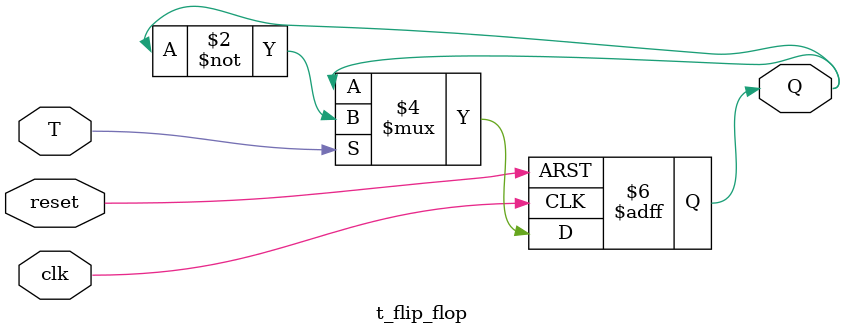
<source format=v>
module t_flip_flop (
    input clk,
    input reset,  
    input T,
    output reg Q
);

    always @(posedge clk or posedge reset) begin
        if (reset)
            Q <= 0;
        else if (T)
            Q <= ~Q;  
        else
            Q <= Q;   
    end

endmodule
</source>
